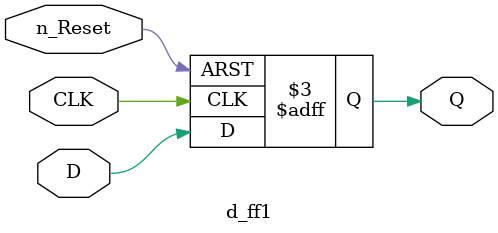
<source format=sv>
module d_ff (output logic Q, input logic D, CLK);

//D-Type Flip-Flop (without asynchronous reset)
always_ff @(posedge CLK) begin
	//Q is equal to D when the clock rises
	Q <= D;
end
	
endmodule
	
//D-Type Flip-Flop (with asynchronous reset)
module d_ff1 (output logic Q, input logic D, CLK, n_Reset);

always_ff @(posedge CLK,  negedge n_Reset) begin // if reset is low the output will go to 0 on the falling edge of the reset  
	//Reset takes precedence                 // the input changes on the rising edge of the clock when reset is high
	if (n_Reset == 1'b0)                     // so the input either changes due to clock or the reset.
		Q <= 0;
	else
		//Otherwise Q = D (and latches)
		Q <= D;
end
	
endmodule
</source>
